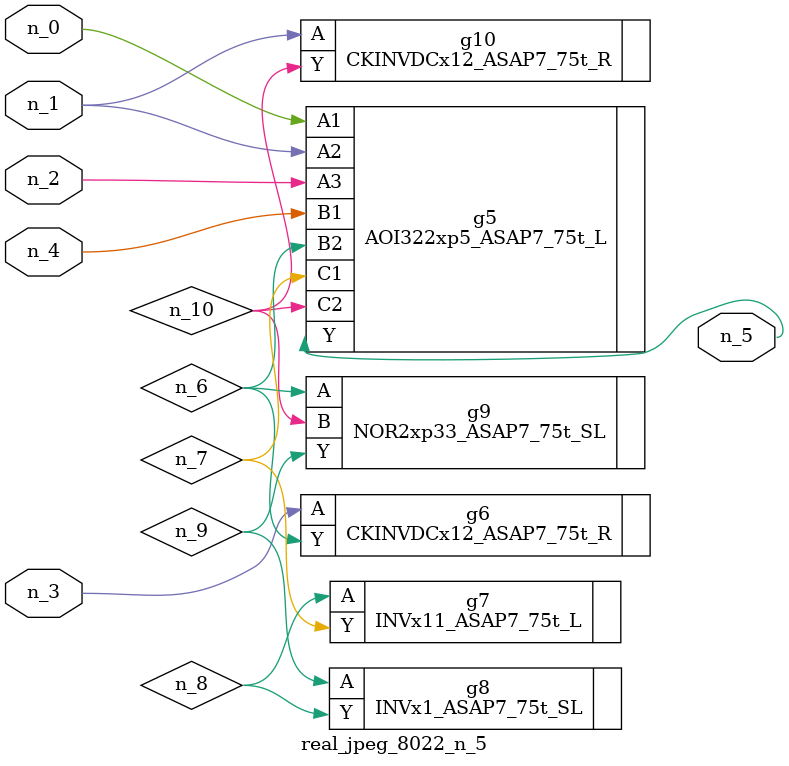
<source format=v>
module real_jpeg_8022_n_5 (n_4, n_0, n_1, n_2, n_3, n_5);

input n_4;
input n_0;
input n_1;
input n_2;
input n_3;

output n_5;

wire n_8;
wire n_6;
wire n_7;
wire n_10;
wire n_9;

AOI322xp5_ASAP7_75t_L g5 ( 
.A1(n_0),
.A2(n_1),
.A3(n_2),
.B1(n_4),
.B2(n_6),
.C1(n_7),
.C2(n_10),
.Y(n_5)
);

CKINVDCx12_ASAP7_75t_R g10 ( 
.A(n_1),
.Y(n_10)
);

CKINVDCx12_ASAP7_75t_R g6 ( 
.A(n_3),
.Y(n_6)
);

NOR2xp33_ASAP7_75t_SL g9 ( 
.A(n_6),
.B(n_10),
.Y(n_9)
);

INVx11_ASAP7_75t_L g7 ( 
.A(n_8),
.Y(n_7)
);

INVx1_ASAP7_75t_SL g8 ( 
.A(n_9),
.Y(n_8)
);


endmodule
</source>
